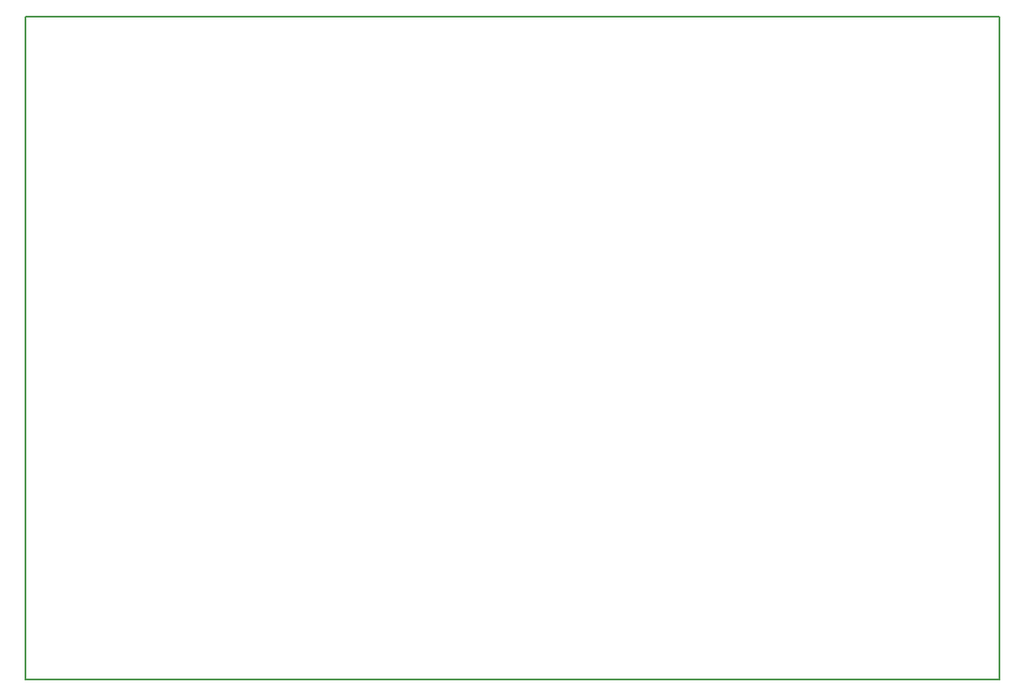
<source format=gbr>
G04 #@! TF.FileFunction,Profile,NP*
%FSLAX46Y46*%
G04 Gerber Fmt 4.6, Leading zero omitted, Abs format (unit mm)*
G04 Created by KiCad (PCBNEW 4.0.2-4+6225~38~ubuntu15.10.1-stable) date Wed 08 Jun 2016 11:21:06 PM EDT*
%MOMM*%
G01*
G04 APERTURE LIST*
%ADD10C,0.100000*%
%ADD11C,0.150000*%
G04 APERTURE END LIST*
D10*
D11*
X189992000Y-142748000D02*
X193548000Y-142748000D01*
X190500000Y-78740000D02*
X193548000Y-78740000D01*
X99568000Y-78740000D02*
X101092000Y-78740000D01*
X99568000Y-142748000D02*
X99568000Y-78740000D01*
X191008000Y-142748000D02*
X99568000Y-142748000D01*
X193548000Y-78740000D02*
X193548000Y-142748000D01*
X101092000Y-78740000D02*
X191008000Y-78740000D01*
M02*

</source>
